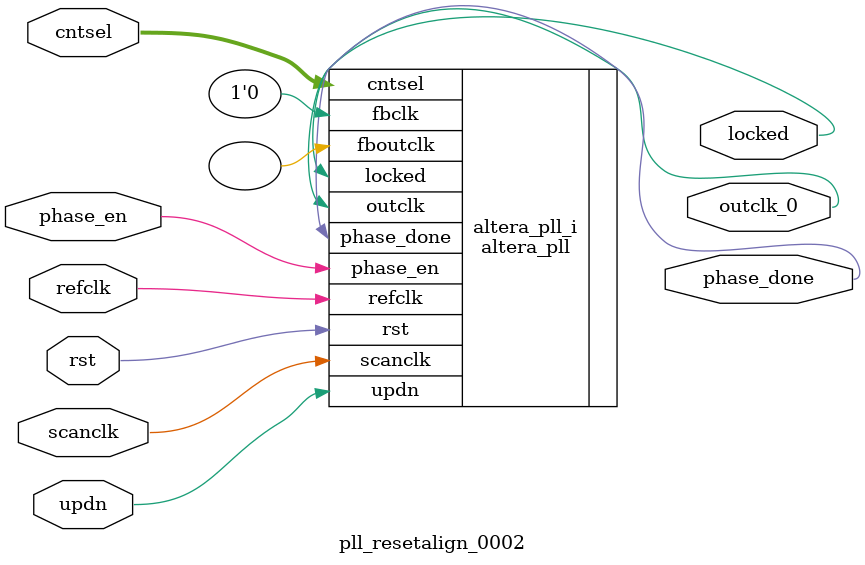
<source format=v>
`timescale 1ns/10ps
module  pll_resetalign_0002(

	// interface 'refclk'
	input wire refclk,

	// interface 'reset'
	input wire rst,

	// interface 'outclk0'
	output wire outclk_0,

	// interface 'locked'
	output wire locked,

	// interface 'phase_en'
	input wire phase_en,

	// interface 'scanclk'
	input wire scanclk,

	// interface 'updn'
	input wire updn,

	// interface 'cntsel'
	input wire [4:0] cntsel,

	// interface 'phase_done'
	output wire phase_done
);

	altera_pll #(
		.fractional_vco_multiplier("false"),
		.reference_clock_frequency("125.0 MHz"),
		.pll_fractional_cout(32),
		.pll_dsm_out_sel("1st_order"),
		.operation_mode("direct"),
		.number_of_clocks(1),
		.output_clock_frequency0("125.000000 MHz"),
		.phase_shift0("0 ps"),
		.duty_cycle0(50),
		.output_clock_frequency1("0 MHz"),
		.phase_shift1("0 ps"),
		.duty_cycle1(50),
		.output_clock_frequency2("0 MHz"),
		.phase_shift2("0 ps"),
		.duty_cycle2(50),
		.output_clock_frequency3("0 MHz"),
		.phase_shift3("0 ps"),
		.duty_cycle3(50),
		.output_clock_frequency4("0 MHz"),
		.phase_shift4("0 ps"),
		.duty_cycle4(50),
		.output_clock_frequency5("0 MHz"),
		.phase_shift5("0 ps"),
		.duty_cycle5(50),
		.output_clock_frequency6("0 MHz"),
		.phase_shift6("0 ps"),
		.duty_cycle6(50),
		.output_clock_frequency7("0 MHz"),
		.phase_shift7("0 ps"),
		.duty_cycle7(50),
		.output_clock_frequency8("0 MHz"),
		.phase_shift8("0 ps"),
		.duty_cycle8(50),
		.output_clock_frequency9("0 MHz"),
		.phase_shift9("0 ps"),
		.duty_cycle9(50),
		.output_clock_frequency10("0 MHz"),
		.phase_shift10("0 ps"),
		.duty_cycle10(50),
		.output_clock_frequency11("0 MHz"),
		.phase_shift11("0 ps"),
		.duty_cycle11(50),
		.output_clock_frequency12("0 MHz"),
		.phase_shift12("0 ps"),
		.duty_cycle12(50),
		.output_clock_frequency13("0 MHz"),
		.phase_shift13("0 ps"),
		.duty_cycle13(50),
		.output_clock_frequency14("0 MHz"),
		.phase_shift14("0 ps"),
		.duty_cycle14(50),
		.output_clock_frequency15("0 MHz"),
		.phase_shift15("0 ps"),
		.duty_cycle15(50),
		.output_clock_frequency16("0 MHz"),
		.phase_shift16("0 ps"),
		.duty_cycle16(50),
		.output_clock_frequency17("0 MHz"),
		.phase_shift17("0 ps"),
		.duty_cycle17(50),
		.pll_type("Arria V"),
		.pll_subtype("DPS"),
		.m_cnt_hi_div(2),
		.m_cnt_lo_div(1),
		.n_cnt_hi_div(256),
		.n_cnt_lo_div(256),
		.m_cnt_bypass_en("false"),
		.n_cnt_bypass_en("true"),
		.m_cnt_odd_div_duty_en("true"),
		.n_cnt_odd_div_duty_en("false"),
		.c_cnt_hi_div0(2),
		.c_cnt_lo_div0(1),
		.c_cnt_prst0(1),
		.c_cnt_ph_mux_prst0(0),
		.c_cnt_in_src0("ph_mux_clk"),
		.c_cnt_bypass_en0("false"),
		.c_cnt_odd_div_duty_en0("true"),
		.c_cnt_hi_div1(1),
		.c_cnt_lo_div1(1),
		.c_cnt_prst1(1),
		.c_cnt_ph_mux_prst1(0),
		.c_cnt_in_src1("ph_mux_clk"),
		.c_cnt_bypass_en1("true"),
		.c_cnt_odd_div_duty_en1("false"),
		.c_cnt_hi_div2(1),
		.c_cnt_lo_div2(1),
		.c_cnt_prst2(1),
		.c_cnt_ph_mux_prst2(0),
		.c_cnt_in_src2("ph_mux_clk"),
		.c_cnt_bypass_en2("true"),
		.c_cnt_odd_div_duty_en2("false"),
		.c_cnt_hi_div3(1),
		.c_cnt_lo_div3(1),
		.c_cnt_prst3(1),
		.c_cnt_ph_mux_prst3(0),
		.c_cnt_in_src3("ph_mux_clk"),
		.c_cnt_bypass_en3("true"),
		.c_cnt_odd_div_duty_en3("false"),
		.c_cnt_hi_div4(1),
		.c_cnt_lo_div4(1),
		.c_cnt_prst4(1),
		.c_cnt_ph_mux_prst4(0),
		.c_cnt_in_src4("ph_mux_clk"),
		.c_cnt_bypass_en4("true"),
		.c_cnt_odd_div_duty_en4("false"),
		.c_cnt_hi_div5(1),
		.c_cnt_lo_div5(1),
		.c_cnt_prst5(1),
		.c_cnt_ph_mux_prst5(0),
		.c_cnt_in_src5("ph_mux_clk"),
		.c_cnt_bypass_en5("true"),
		.c_cnt_odd_div_duty_en5("false"),
		.c_cnt_hi_div6(1),
		.c_cnt_lo_div6(1),
		.c_cnt_prst6(1),
		.c_cnt_ph_mux_prst6(0),
		.c_cnt_in_src6("ph_mux_clk"),
		.c_cnt_bypass_en6("true"),
		.c_cnt_odd_div_duty_en6("false"),
		.c_cnt_hi_div7(1),
		.c_cnt_lo_div7(1),
		.c_cnt_prst7(1),
		.c_cnt_ph_mux_prst7(0),
		.c_cnt_in_src7("ph_mux_clk"),
		.c_cnt_bypass_en7("true"),
		.c_cnt_odd_div_duty_en7("false"),
		.c_cnt_hi_div8(1),
		.c_cnt_lo_div8(1),
		.c_cnt_prst8(1),
		.c_cnt_ph_mux_prst8(0),
		.c_cnt_in_src8("ph_mux_clk"),
		.c_cnt_bypass_en8("true"),
		.c_cnt_odd_div_duty_en8("false"),
		.c_cnt_hi_div9(1),
		.c_cnt_lo_div9(1),
		.c_cnt_prst9(1),
		.c_cnt_ph_mux_prst9(0),
		.c_cnt_in_src9("ph_mux_clk"),
		.c_cnt_bypass_en9("true"),
		.c_cnt_odd_div_duty_en9("false"),
		.c_cnt_hi_div10(1),
		.c_cnt_lo_div10(1),
		.c_cnt_prst10(1),
		.c_cnt_ph_mux_prst10(0),
		.c_cnt_in_src10("ph_mux_clk"),
		.c_cnt_bypass_en10("true"),
		.c_cnt_odd_div_duty_en10("false"),
		.c_cnt_hi_div11(1),
		.c_cnt_lo_div11(1),
		.c_cnt_prst11(1),
		.c_cnt_ph_mux_prst11(0),
		.c_cnt_in_src11("ph_mux_clk"),
		.c_cnt_bypass_en11("true"),
		.c_cnt_odd_div_duty_en11("false"),
		.c_cnt_hi_div12(1),
		.c_cnt_lo_div12(1),
		.c_cnt_prst12(1),
		.c_cnt_ph_mux_prst12(0),
		.c_cnt_in_src12("ph_mux_clk"),
		.c_cnt_bypass_en12("true"),
		.c_cnt_odd_div_duty_en12("false"),
		.c_cnt_hi_div13(1),
		.c_cnt_lo_div13(1),
		.c_cnt_prst13(1),
		.c_cnt_ph_mux_prst13(0),
		.c_cnt_in_src13("ph_mux_clk"),
		.c_cnt_bypass_en13("true"),
		.c_cnt_odd_div_duty_en13("false"),
		.c_cnt_hi_div14(1),
		.c_cnt_lo_div14(1),
		.c_cnt_prst14(1),
		.c_cnt_ph_mux_prst14(0),
		.c_cnt_in_src14("ph_mux_clk"),
		.c_cnt_bypass_en14("true"),
		.c_cnt_odd_div_duty_en14("false"),
		.c_cnt_hi_div15(1),
		.c_cnt_lo_div15(1),
		.c_cnt_prst15(1),
		.c_cnt_ph_mux_prst15(0),
		.c_cnt_in_src15("ph_mux_clk"),
		.c_cnt_bypass_en15("true"),
		.c_cnt_odd_div_duty_en15("false"),
		.c_cnt_hi_div16(1),
		.c_cnt_lo_div16(1),
		.c_cnt_prst16(1),
		.c_cnt_ph_mux_prst16(0),
		.c_cnt_in_src16("ph_mux_clk"),
		.c_cnt_bypass_en16("true"),
		.c_cnt_odd_div_duty_en16("false"),
		.c_cnt_hi_div17(1),
		.c_cnt_lo_div17(1),
		.c_cnt_prst17(1),
		.c_cnt_ph_mux_prst17(0),
		.c_cnt_in_src17("ph_mux_clk"),
		.c_cnt_bypass_en17("true"),
		.c_cnt_odd_div_duty_en17("false"),
		.pll_vco_div(2),
		.pll_cp_current(20),
		.pll_bwctrl(2000),
		.pll_output_clk_frequency("375.0 MHz"),
		.pll_fractional_division("1"),
		.mimic_fbclk_type("none"),
		.pll_fbclk_mux_1("glb"),
		.pll_fbclk_mux_2("m_cnt"),
		.pll_m_cnt_in_src("ph_mux_clk"),
		.pll_slf_rst("false")
	) altera_pll_i (
		.rst	(rst),
		.cntsel	(cntsel),
		.outclk	({outclk_0}),
		.locked	(locked),
		.phase_done	(phase_done),
		.fboutclk	( ),
		.fbclk	(1'b0),
		.refclk	(refclk),
		.phase_en	(phase_en),
		.scanclk	(scanclk),
		.updn	(updn)
	);
endmodule


</source>
